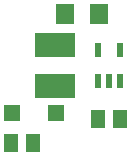
<source format=gtp>
G75*
%MOIN*%
%OFA0B0*%
%FSLAX24Y24*%
%IPPOS*%
%LPD*%
%AMOC8*
5,1,8,0,0,1.08239X$1,22.5*
%
%ADD10R,0.0551X0.0551*%
%ADD11R,0.0630X0.0709*%
%ADD12R,0.0512X0.0630*%
%ADD13R,0.0236X0.0472*%
%ADD14R,0.0512X0.0591*%
%ADD15R,0.1378X0.0787*%
D10*
X015911Y004150D03*
X017408Y004150D03*
D11*
X017708Y007450D03*
X018811Y007450D03*
D12*
X018785Y003950D03*
X019534Y003950D03*
D13*
X019534Y005236D03*
X019160Y005236D03*
X018785Y005236D03*
X018785Y006264D03*
X019534Y006264D03*
D14*
X015885Y003150D03*
X016634Y003150D03*
D15*
X017360Y005061D03*
X017360Y006439D03*
M02*

</source>
